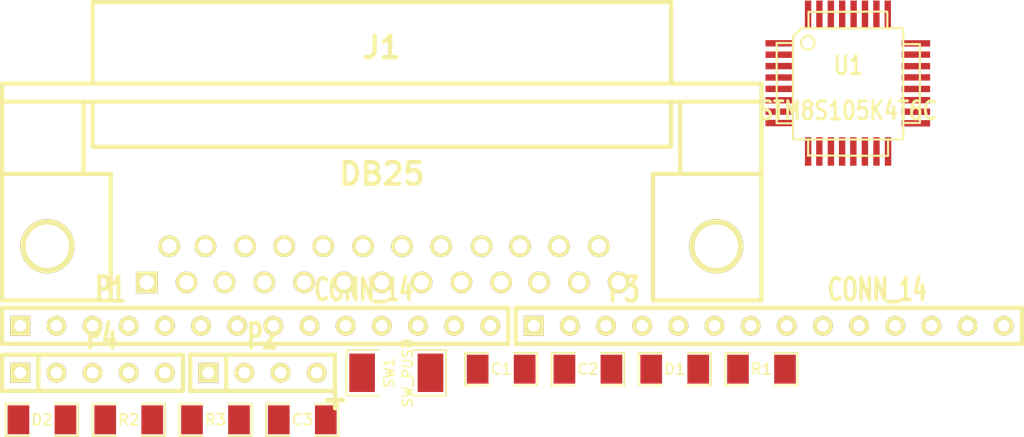
<source format=kicad_pcb>
(kicad_pcb (version 3) (host pcbnew "(2013-feb-26)-stable")

  (general
    (links 70)
    (no_connects 70)
    (area 0 0 0 0)
    (thickness 1.6)
    (drawings 0)
    (tracks 0)
    (zones 0)
    (modules 15)
    (nets 32)
  )

  (page A3)
  (layers
    (15 F.Cu signal)
    (0 B.Cu signal)
    (16 B.Adhes user)
    (17 F.Adhes user)
    (18 B.Paste user)
    (19 F.Paste user)
    (20 B.SilkS user)
    (21 F.SilkS user)
    (22 B.Mask user)
    (23 F.Mask user)
    (24 Dwgs.User user)
    (25 Cmts.User user)
    (26 Eco1.User user)
    (27 Eco2.User user)
    (28 Edge.Cuts user)
  )

  (setup
    (last_trace_width 0.254)
    (trace_clearance 0.254)
    (zone_clearance 0.508)
    (zone_45_only no)
    (trace_min 0.254)
    (segment_width 0.2)
    (edge_width 0.15)
    (via_size 0.889)
    (via_drill 0.635)
    (via_min_size 0.889)
    (via_min_drill 0.508)
    (uvia_size 0.508)
    (uvia_drill 0.127)
    (uvias_allowed no)
    (uvia_min_size 0.508)
    (uvia_min_drill 0.127)
    (pcb_text_width 0.3)
    (pcb_text_size 1 1)
    (mod_edge_width 0.15)
    (mod_text_size 1 1)
    (mod_text_width 0.15)
    (pad_size 1 1)
    (pad_drill 0.6)
    (pad_to_mask_clearance 0)
    (aux_axis_origin 0 0)
    (visible_elements FFFFFFBF)
    (pcbplotparams
      (layerselection 3178497)
      (usegerberextensions true)
      (excludeedgelayer true)
      (linewidth 152400)
      (plotframeref false)
      (viasonmask false)
      (mode 1)
      (useauxorigin false)
      (hpglpennumber 1)
      (hpglpenspeed 20)
      (hpglpendiameter 15)
      (hpglpenoverlay 2)
      (psnegative false)
      (psa4output false)
      (plotreference true)
      (plotvalue true)
      (plotothertext true)
      (plotinvisibletext false)
      (padsonsilk false)
      (subtractmaskfromsilk false)
      (outputformat 1)
      (mirror false)
      (drillshape 1)
      (scaleselection 1)
      (outputdirectory ""))
  )

  (net 0 "")
  (net 1 +3.3V)
  (net 2 "/A DIR")
  (net 3 /NRST)
  (net 4 /OSC1IN)
  (net 5 /OSC2IN)
  (net 6 /PB0)
  (net 7 /PB1)
  (net 8 /PB2)
  (net 9 /PB4)
  (net 10 /PB5)
  (net 11 /PC1)
  (net 12 /PC2)
  (net 13 /PC3)
  (net 14 /PC4)
  (net 15 /PC5)
  (net 16 /PC6)
  (net 17 /PC7)
  (net 18 /PD0)
  (net 19 /PD2)
  (net 20 /PD3)
  (net 21 /PD4)
  (net 22 /PD5)
  (net 23 /PD6)
  (net 24 /PD7)
  (net 25 /PE5)
  (net 26 /PF4)
  (net 27 /SWIM/PD1)
  (net 28 GND)
  (net 29 N-0000021)
  (net 30 N-0000026)
  (net 31 N-0000042)

  (net_class Default "This is the default net class."
    (clearance 0.254)
    (trace_width 0.254)
    (via_dia 0.889)
    (via_drill 0.635)
    (uvia_dia 0.508)
    (uvia_drill 0.127)
    (add_net "")
    (add_net +3.3V)
    (add_net "/A DIR")
    (add_net /NRST)
    (add_net /OSC1IN)
    (add_net /OSC2IN)
    (add_net /PB0)
    (add_net /PB1)
    (add_net /PB2)
    (add_net /PB4)
    (add_net /PB5)
    (add_net /PC1)
    (add_net /PC2)
    (add_net /PC3)
    (add_net /PC4)
    (add_net /PC5)
    (add_net /PC6)
    (add_net /PC7)
    (add_net /PD0)
    (add_net /PD2)
    (add_net /PD3)
    (add_net /PD4)
    (add_net /PD5)
    (add_net /PD6)
    (add_net /PD7)
    (add_net /PE5)
    (add_net /PF4)
    (add_net /SWIM/PD1)
    (add_net GND)
    (add_net N-0000021)
    (add_net N-0000026)
    (add_net N-0000042)
  )

  (module TQFP32 (layer F.Cu) (tedit 43A670DA) (tstamp 52FB46F3)
    (at 239.268 53.34)
    (path /52FB03A2)
    (fp_text reference U1 (at 0 -1.27) (layer F.SilkS)
      (effects (font (size 1.27 1.016) (thickness 0.2032)))
    )
    (fp_text value STM8S105K4T6C (at 0 1.905) (layer F.SilkS)
      (effects (font (size 1.27 1.016) (thickness 0.2032)))
    )
    (fp_line (start 5.0292 2.7686) (end 3.8862 2.7686) (layer F.SilkS) (width 0.1524))
    (fp_line (start 5.0292 -2.7686) (end 3.9116 -2.7686) (layer F.SilkS) (width 0.1524))
    (fp_line (start 5.0292 2.7686) (end 5.0292 -2.7686) (layer F.SilkS) (width 0.1524))
    (fp_line (start 2.794 3.9624) (end 2.794 5.0546) (layer F.SilkS) (width 0.1524))
    (fp_line (start -2.8194 3.9878) (end -2.8194 5.0546) (layer F.SilkS) (width 0.1524))
    (fp_line (start -2.8448 5.0546) (end 2.794 5.08) (layer F.SilkS) (width 0.1524))
    (fp_line (start -2.794 -5.0292) (end 2.7178 -5.0546) (layer F.SilkS) (width 0.1524))
    (fp_line (start -3.8862 -3.2766) (end -3.8862 3.9116) (layer F.SilkS) (width 0.1524))
    (fp_line (start 2.7432 -5.0292) (end 2.7432 -3.9878) (layer F.SilkS) (width 0.1524))
    (fp_line (start -3.2512 -3.8862) (end 3.81 -3.8862) (layer F.SilkS) (width 0.1524))
    (fp_line (start 3.8608 3.937) (end 3.8608 -3.7846) (layer F.SilkS) (width 0.1524))
    (fp_line (start -3.8862 3.937) (end 3.7338 3.937) (layer F.SilkS) (width 0.1524))
    (fp_line (start -5.0292 -2.8448) (end -5.0292 2.794) (layer F.SilkS) (width 0.1524))
    (fp_line (start -5.0292 2.794) (end -3.8862 2.794) (layer F.SilkS) (width 0.1524))
    (fp_line (start -3.87604 -3.302) (end -3.29184 -3.8862) (layer F.SilkS) (width 0.1524))
    (fp_line (start -5.02412 -2.8448) (end -3.87604 -2.8448) (layer F.SilkS) (width 0.1524))
    (fp_line (start -2.794 -3.8862) (end -2.794 -5.03428) (layer F.SilkS) (width 0.1524))
    (fp_circle (center -2.83972 -2.86004) (end -2.43332 -2.60604) (layer F.SilkS) (width 0.1524))
    (pad 8 smd rect (at -4.81584 2.77622) (size 1.99898 0.44958)
      (layers F.Cu F.Paste F.Mask)
      (net 26 /PF4)
    )
    (pad 7 smd rect (at -4.81584 1.97612) (size 1.99898 0.44958)
      (layers F.Cu F.Paste F.Mask)
      (net 1 +3.3V)
    )
    (pad 6 smd rect (at -4.81584 1.17602) (size 1.99898 0.44958)
      (layers F.Cu F.Paste F.Mask)
      (net 1 +3.3V)
    )
    (pad 5 smd rect (at -4.81584 0.37592) (size 1.99898 0.44958)
      (layers F.Cu F.Paste F.Mask)
      (net 30 N-0000026)
    )
    (pad 4 smd rect (at -4.81584 -0.42418) (size 1.99898 0.44958)
      (layers F.Cu F.Paste F.Mask)
      (net 28 GND)
    )
    (pad 3 smd rect (at -4.81584 -1.22428) (size 1.99898 0.44958)
      (layers F.Cu F.Paste F.Mask)
      (net 5 /OSC2IN)
    )
    (pad 2 smd rect (at -4.81584 -2.02438) (size 1.99898 0.44958)
      (layers F.Cu F.Paste F.Mask)
      (net 4 /OSC1IN)
    )
    (pad 1 smd rect (at -4.81584 -2.82448) (size 1.99898 0.44958)
      (layers F.Cu F.Paste F.Mask)
      (net 3 /NRST)
    )
    (pad 24 smd rect (at 4.7498 -2.8194) (size 1.99898 0.44958)
      (layers F.Cu F.Paste F.Mask)
      (net 17 /PC7)
    )
    (pad 17 smd rect (at 4.7498 2.794) (size 1.99898 0.44958)
      (layers F.Cu F.Paste F.Mask)
      (net 25 /PE5)
    )
    (pad 18 smd rect (at 4.7498 1.9812) (size 1.99898 0.44958)
      (layers F.Cu F.Paste F.Mask)
      (net 11 /PC1)
    )
    (pad 19 smd rect (at 4.7498 1.1684) (size 1.99898 0.44958)
      (layers F.Cu F.Paste F.Mask)
      (net 12 /PC2)
    )
    (pad 20 smd rect (at 4.7498 0.381) (size 1.99898 0.44958)
      (layers F.Cu F.Paste F.Mask)
      (net 13 /PC3)
    )
    (pad 21 smd rect (at 4.7498 -0.4318) (size 1.99898 0.44958)
      (layers F.Cu F.Paste F.Mask)
      (net 14 /PC4)
    )
    (pad 22 smd rect (at 4.7498 -1.2192) (size 1.99898 0.44958)
      (layers F.Cu F.Paste F.Mask)
      (net 15 /PC5)
    )
    (pad 23 smd rect (at 4.7498 -2.032) (size 1.99898 0.44958)
      (layers F.Cu F.Paste F.Mask)
      (net 16 /PC6)
    )
    (pad 32 smd rect (at -2.82448 -4.826) (size 0.44958 1.99898)
      (layers F.Cu F.Paste F.Mask)
      (net 24 /PD7)
    )
    (pad 31 smd rect (at -2.02692 -4.826) (size 0.44958 1.99898)
      (layers F.Cu F.Paste F.Mask)
      (net 23 /PD6)
    )
    (pad 30 smd rect (at -1.22428 -4.826) (size 0.44958 1.99898)
      (layers F.Cu F.Paste F.Mask)
      (net 22 /PD5)
    )
    (pad 29 smd rect (at -0.42672 -4.826) (size 0.44958 1.99898)
      (layers F.Cu F.Paste F.Mask)
      (net 21 /PD4)
    )
    (pad 28 smd rect (at 0.37592 -4.826) (size 0.44958 1.99898)
      (layers F.Cu F.Paste F.Mask)
      (net 20 /PD3)
    )
    (pad 27 smd rect (at 1.17348 -4.826) (size 0.44958 1.99898)
      (layers F.Cu F.Paste F.Mask)
      (net 19 /PD2)
    )
    (pad 26 smd rect (at 1.97612 -4.826) (size 0.44958 1.99898)
      (layers F.Cu F.Paste F.Mask)
      (net 27 /SWIM/PD1)
    )
    (pad 25 smd rect (at 2.77368 -4.826) (size 0.44958 1.99898)
      (layers F.Cu F.Paste F.Mask)
      (net 18 /PD0)
    )
    (pad 9 smd rect (at -2.8194 4.7752) (size 0.44958 1.99898)
      (layers F.Cu F.Paste F.Mask)
      (net 1 +3.3V)
    )
    (pad 10 smd rect (at -2.032 4.7752) (size 0.44958 1.99898)
      (layers F.Cu F.Paste F.Mask)
      (net 28 GND)
    )
    (pad 11 smd rect (at -1.2192 4.7752) (size 0.44958 1.99898)
      (layers F.Cu F.Paste F.Mask)
      (net 10 /PB5)
    )
    (pad 12 smd rect (at -0.4318 4.7752) (size 0.44958 1.99898)
      (layers F.Cu F.Paste F.Mask)
      (net 9 /PB4)
    )
    (pad 13 smd rect (at 0.3556 4.7752) (size 0.44958 1.99898)
      (layers F.Cu F.Paste F.Mask)
      (net 2 "/A DIR")
    )
    (pad 14 smd rect (at 1.1684 4.7752) (size 0.44958 1.99898)
      (layers F.Cu F.Paste F.Mask)
      (net 8 /PB2)
    )
    (pad 15 smd rect (at 1.9812 4.7752) (size 0.44958 1.99898)
      (layers F.Cu F.Paste F.Mask)
      (net 7 /PB1)
    )
    (pad 16 smd rect (at 2.794 4.7752) (size 0.44958 1.99898)
      (layers F.Cu F.Paste F.Mask)
      (net 6 /PB0)
    )
    (model smd/tqfp32.wrl
      (at (xyz 0 0 0))
      (scale (xyz 1 1 1))
      (rotate (xyz 0 0 0))
    )
  )

  (module SM2010 (layer F.Cu) (tedit 4EFC4DD5) (tstamp 52FB4700)
    (at 207.518 73.66)
    (tags "CMS SM")
    (path /52FB0F3B)
    (attr smd)
    (fp_text reference SW1 (at -0.50038 0 90) (layer F.SilkS)
      (effects (font (size 0.70104 0.70104) (thickness 0.127)))
    )
    (fp_text value SW_PUSH (at 0.8001 0 90) (layer F.SilkS)
      (effects (font (size 0.70104 0.70104) (thickness 0.127)))
    )
    (fp_line (start 3.50012 -1.6002) (end 3.50012 1.6002) (layer F.SilkS) (width 0.11938))
    (fp_line (start -3.50012 -1.6002) (end -3.50012 1.6002) (layer F.SilkS) (width 0.11938))
    (fp_text user + (at -4.30022 1.80086) (layer F.SilkS)
      (effects (font (size 1.524 1.524) (thickness 0.29972)))
    )
    (fp_line (start 1.19634 1.60528) (end 3.48234 1.60528) (layer F.SilkS) (width 0.11938))
    (fp_line (start 3.48234 -1.60528) (end 1.19634 -1.60528) (layer F.SilkS) (width 0.11938))
    (fp_line (start -1.19888 -1.60528) (end -3.48488 -1.60528) (layer F.SilkS) (width 0.11938))
    (fp_line (start -3.48488 1.60528) (end -1.19888 1.60528) (layer F.SilkS) (width 0.11938))
    (pad 1 smd rect (at -2.4003 0) (size 1.80086 2.70002)
      (layers F.Cu F.Paste F.Mask)
      (net 28 GND)
    )
    (pad 2 smd rect (at 2.4003 0) (size 1.80086 2.70002)
      (layers F.Cu F.Paste F.Mask)
      (net 3 /NRST)
    )
    (model smd\chip_smd_pol_wide.wrl
      (at (xyz 0 0 0))
      (scale (xyz 0.35 0.35 0.35))
      (rotate (xyz 0 0 0))
    )
  )

  (module SM1206 (layer F.Cu) (tedit 42806E24) (tstamp 52FB470C)
    (at 214.884 73.406)
    (path /52FB0413)
    (attr smd)
    (fp_text reference C1 (at 0 0) (layer F.SilkS)
      (effects (font (size 0.762 0.762) (thickness 0.127)))
    )
    (fp_text value 1u (at 0 0) (layer F.SilkS) hide
      (effects (font (size 0.762 0.762) (thickness 0.127)))
    )
    (fp_line (start -2.54 -1.143) (end -2.54 1.143) (layer F.SilkS) (width 0.127))
    (fp_line (start -2.54 1.143) (end -0.889 1.143) (layer F.SilkS) (width 0.127))
    (fp_line (start 0.889 -1.143) (end 2.54 -1.143) (layer F.SilkS) (width 0.127))
    (fp_line (start 2.54 -1.143) (end 2.54 1.143) (layer F.SilkS) (width 0.127))
    (fp_line (start 2.54 1.143) (end 0.889 1.143) (layer F.SilkS) (width 0.127))
    (fp_line (start -0.889 -1.143) (end -2.54 -1.143) (layer F.SilkS) (width 0.127))
    (pad 1 smd rect (at -1.651 0) (size 1.524 2.032)
      (layers F.Cu F.Paste F.Mask)
      (net 28 GND)
    )
    (pad 2 smd rect (at 1.651 0) (size 1.524 2.032)
      (layers F.Cu F.Paste F.Mask)
      (net 30 N-0000026)
    )
    (model smd/chip_cms.wrl
      (at (xyz 0 0 0))
      (scale (xyz 0.17 0.16 0.16))
      (rotate (xyz 0 0 0))
    )
  )

  (module SM1206 (layer F.Cu) (tedit 42806E24) (tstamp 52FB4718)
    (at 220.98 73.406)
    (path /52FB0426)
    (attr smd)
    (fp_text reference C2 (at 0 0) (layer F.SilkS)
      (effects (font (size 0.762 0.762) (thickness 0.127)))
    )
    (fp_text value 104 (at 0 0) (layer F.SilkS) hide
      (effects (font (size 0.762 0.762) (thickness 0.127)))
    )
    (fp_line (start -2.54 -1.143) (end -2.54 1.143) (layer F.SilkS) (width 0.127))
    (fp_line (start -2.54 1.143) (end -0.889 1.143) (layer F.SilkS) (width 0.127))
    (fp_line (start 0.889 -1.143) (end 2.54 -1.143) (layer F.SilkS) (width 0.127))
    (fp_line (start 2.54 -1.143) (end 2.54 1.143) (layer F.SilkS) (width 0.127))
    (fp_line (start 2.54 1.143) (end 0.889 1.143) (layer F.SilkS) (width 0.127))
    (fp_line (start -0.889 -1.143) (end -2.54 -1.143) (layer F.SilkS) (width 0.127))
    (pad 1 smd rect (at -1.651 0) (size 1.524 2.032)
      (layers F.Cu F.Paste F.Mask)
      (net 28 GND)
    )
    (pad 2 smd rect (at 1.651 0) (size 1.524 2.032)
      (layers F.Cu F.Paste F.Mask)
      (net 1 +3.3V)
    )
    (model smd/chip_cms.wrl
      (at (xyz 0 0 0))
      (scale (xyz 0.17 0.16 0.16))
      (rotate (xyz 0 0 0))
    )
  )

  (module SM1206 (layer F.Cu) (tedit 42806E24) (tstamp 52FB4724)
    (at 227.076 73.406)
    (path /52FB0DD3)
    (attr smd)
    (fp_text reference D1 (at 0 0) (layer F.SilkS)
      (effects (font (size 0.762 0.762) (thickness 0.127)))
    )
    (fp_text value LED (at 0 0) (layer F.SilkS) hide
      (effects (font (size 0.762 0.762) (thickness 0.127)))
    )
    (fp_line (start -2.54 -1.143) (end -2.54 1.143) (layer F.SilkS) (width 0.127))
    (fp_line (start -2.54 1.143) (end -0.889 1.143) (layer F.SilkS) (width 0.127))
    (fp_line (start 0.889 -1.143) (end 2.54 -1.143) (layer F.SilkS) (width 0.127))
    (fp_line (start 2.54 -1.143) (end 2.54 1.143) (layer F.SilkS) (width 0.127))
    (fp_line (start 2.54 1.143) (end 0.889 1.143) (layer F.SilkS) (width 0.127))
    (fp_line (start -0.889 -1.143) (end -2.54 -1.143) (layer F.SilkS) (width 0.127))
    (pad 1 smd rect (at -1.651 0) (size 1.524 2.032)
      (layers F.Cu F.Paste F.Mask)
      (net 1 +3.3V)
    )
    (pad 2 smd rect (at 1.651 0) (size 1.524 2.032)
      (layers F.Cu F.Paste F.Mask)
      (net 31 N-0000042)
    )
    (model smd/chip_cms.wrl
      (at (xyz 0 0 0))
      (scale (xyz 0.17 0.16 0.16))
      (rotate (xyz 0 0 0))
    )
  )

  (module SM1206 (layer F.Cu) (tedit 42806E24) (tstamp 52FB4730)
    (at 233.172 73.406)
    (path /52FB0DE2)
    (attr smd)
    (fp_text reference R1 (at 0 0) (layer F.SilkS)
      (effects (font (size 0.762 0.762) (thickness 0.127)))
    )
    (fp_text value 1k (at 0 0) (layer F.SilkS) hide
      (effects (font (size 0.762 0.762) (thickness 0.127)))
    )
    (fp_line (start -2.54 -1.143) (end -2.54 1.143) (layer F.SilkS) (width 0.127))
    (fp_line (start -2.54 1.143) (end -0.889 1.143) (layer F.SilkS) (width 0.127))
    (fp_line (start 0.889 -1.143) (end 2.54 -1.143) (layer F.SilkS) (width 0.127))
    (fp_line (start 2.54 -1.143) (end 2.54 1.143) (layer F.SilkS) (width 0.127))
    (fp_line (start 2.54 1.143) (end 0.889 1.143) (layer F.SilkS) (width 0.127))
    (fp_line (start -0.889 -1.143) (end -2.54 -1.143) (layer F.SilkS) (width 0.127))
    (pad 1 smd rect (at -1.651 0) (size 1.524 2.032)
      (layers F.Cu F.Paste F.Mask)
      (net 31 N-0000042)
    )
    (pad 2 smd rect (at 1.651 0) (size 1.524 2.032)
      (layers F.Cu F.Paste F.Mask)
      (net 12 /PC2)
    )
    (model smd/chip_cms.wrl
      (at (xyz 0 0 0))
      (scale (xyz 0.17 0.16 0.16))
      (rotate (xyz 0 0 0))
    )
  )

  (module SM1206 (layer F.Cu) (tedit 42806E24) (tstamp 52FB473C)
    (at 182.626 76.962)
    (path /52FB0ECD)
    (attr smd)
    (fp_text reference D2 (at 0 0) (layer F.SilkS)
      (effects (font (size 0.762 0.762) (thickness 0.127)))
    )
    (fp_text value LED (at 0 0) (layer F.SilkS) hide
      (effects (font (size 0.762 0.762) (thickness 0.127)))
    )
    (fp_line (start -2.54 -1.143) (end -2.54 1.143) (layer F.SilkS) (width 0.127))
    (fp_line (start -2.54 1.143) (end -0.889 1.143) (layer F.SilkS) (width 0.127))
    (fp_line (start 0.889 -1.143) (end 2.54 -1.143) (layer F.SilkS) (width 0.127))
    (fp_line (start 2.54 -1.143) (end 2.54 1.143) (layer F.SilkS) (width 0.127))
    (fp_line (start 2.54 1.143) (end 0.889 1.143) (layer F.SilkS) (width 0.127))
    (fp_line (start -0.889 -1.143) (end -2.54 -1.143) (layer F.SilkS) (width 0.127))
    (pad 1 smd rect (at -1.651 0) (size 1.524 2.032)
      (layers F.Cu F.Paste F.Mask)
      (net 1 +3.3V)
    )
    (pad 2 smd rect (at 1.651 0) (size 1.524 2.032)
      (layers F.Cu F.Paste F.Mask)
      (net 29 N-0000021)
    )
    (model smd/chip_cms.wrl
      (at (xyz 0 0 0))
      (scale (xyz 0.17 0.16 0.16))
      (rotate (xyz 0 0 0))
    )
  )

  (module SM1206 (layer F.Cu) (tedit 42806E24) (tstamp 52FB4748)
    (at 188.722 76.962)
    (path /52FB0ED3)
    (attr smd)
    (fp_text reference R2 (at 0 0) (layer F.SilkS)
      (effects (font (size 0.762 0.762) (thickness 0.127)))
    )
    (fp_text value 1k (at 0 0) (layer F.SilkS) hide
      (effects (font (size 0.762 0.762) (thickness 0.127)))
    )
    (fp_line (start -2.54 -1.143) (end -2.54 1.143) (layer F.SilkS) (width 0.127))
    (fp_line (start -2.54 1.143) (end -0.889 1.143) (layer F.SilkS) (width 0.127))
    (fp_line (start 0.889 -1.143) (end 2.54 -1.143) (layer F.SilkS) (width 0.127))
    (fp_line (start 2.54 -1.143) (end 2.54 1.143) (layer F.SilkS) (width 0.127))
    (fp_line (start 2.54 1.143) (end 0.889 1.143) (layer F.SilkS) (width 0.127))
    (fp_line (start -0.889 -1.143) (end -2.54 -1.143) (layer F.SilkS) (width 0.127))
    (pad 1 smd rect (at -1.651 0) (size 1.524 2.032)
      (layers F.Cu F.Paste F.Mask)
      (net 29 N-0000021)
    )
    (pad 2 smd rect (at 1.651 0) (size 1.524 2.032)
      (layers F.Cu F.Paste F.Mask)
      (net 28 GND)
    )
    (model smd/chip_cms.wrl
      (at (xyz 0 0 0))
      (scale (xyz 0.17 0.16 0.16))
      (rotate (xyz 0 0 0))
    )
  )

  (module SM1206 (layer F.Cu) (tedit 42806E24) (tstamp 52FB4754)
    (at 194.818 76.962)
    (path /52FB0EFD)
    (attr smd)
    (fp_text reference R3 (at 0 0) (layer F.SilkS)
      (effects (font (size 0.762 0.762) (thickness 0.127)))
    )
    (fp_text value 10k (at 0 0) (layer F.SilkS) hide
      (effects (font (size 0.762 0.762) (thickness 0.127)))
    )
    (fp_line (start -2.54 -1.143) (end -2.54 1.143) (layer F.SilkS) (width 0.127))
    (fp_line (start -2.54 1.143) (end -0.889 1.143) (layer F.SilkS) (width 0.127))
    (fp_line (start 0.889 -1.143) (end 2.54 -1.143) (layer F.SilkS) (width 0.127))
    (fp_line (start 2.54 -1.143) (end 2.54 1.143) (layer F.SilkS) (width 0.127))
    (fp_line (start 2.54 1.143) (end 0.889 1.143) (layer F.SilkS) (width 0.127))
    (fp_line (start -0.889 -1.143) (end -2.54 -1.143) (layer F.SilkS) (width 0.127))
    (pad 1 smd rect (at -1.651 0) (size 1.524 2.032)
      (layers F.Cu F.Paste F.Mask)
      (net 1 +3.3V)
    )
    (pad 2 smd rect (at 1.651 0) (size 1.524 2.032)
      (layers F.Cu F.Paste F.Mask)
      (net 3 /NRST)
    )
    (model smd/chip_cms.wrl
      (at (xyz 0 0 0))
      (scale (xyz 0.17 0.16 0.16))
      (rotate (xyz 0 0 0))
    )
  )

  (module SM1206 (layer F.Cu) (tedit 42806E24) (tstamp 52FB4760)
    (at 200.914 76.962)
    (path /52FB0F99)
    (attr smd)
    (fp_text reference C3 (at 0 0) (layer F.SilkS)
      (effects (font (size 0.762 0.762) (thickness 0.127)))
    )
    (fp_text value 104 (at 0 0) (layer F.SilkS) hide
      (effects (font (size 0.762 0.762) (thickness 0.127)))
    )
    (fp_line (start -2.54 -1.143) (end -2.54 1.143) (layer F.SilkS) (width 0.127))
    (fp_line (start -2.54 1.143) (end -0.889 1.143) (layer F.SilkS) (width 0.127))
    (fp_line (start 0.889 -1.143) (end 2.54 -1.143) (layer F.SilkS) (width 0.127))
    (fp_line (start 2.54 -1.143) (end 2.54 1.143) (layer F.SilkS) (width 0.127))
    (fp_line (start 2.54 1.143) (end 0.889 1.143) (layer F.SilkS) (width 0.127))
    (fp_line (start -0.889 -1.143) (end -2.54 -1.143) (layer F.SilkS) (width 0.127))
    (pad 1 smd rect (at -1.651 0) (size 1.524 2.032)
      (layers F.Cu F.Paste F.Mask)
      (net 3 /NRST)
    )
    (pad 2 smd rect (at 1.651 0) (size 1.524 2.032)
      (layers F.Cu F.Paste F.Mask)
      (net 28 GND)
    )
    (model smd/chip_cms.wrl
      (at (xyz 0 0 0))
      (scale (xyz 0.17 0.16 0.16))
      (rotate (xyz 0 0 0))
    )
  )

  (module SIL-5 (layer F.Cu) (tedit 200000) (tstamp 52FB476E)
    (at 187.452 73.66)
    (descr "Connecteur 5 pins")
    (tags "CONN DEV")
    (path /52FB4AA7)
    (fp_text reference P4 (at -0.635 -2.54) (layer F.SilkS)
      (effects (font (size 1.72974 1.08712) (thickness 0.3048)))
    )
    (fp_text value CONN_5 (at 0 -2.54) (layer F.SilkS) hide
      (effects (font (size 1.524 1.016) (thickness 0.3048)))
    )
    (fp_line (start -7.62 1.27) (end -7.62 -1.27) (layer F.SilkS) (width 0.3048))
    (fp_line (start -7.62 -1.27) (end 5.08 -1.27) (layer F.SilkS) (width 0.3048))
    (fp_line (start 5.08 -1.27) (end 5.08 1.27) (layer F.SilkS) (width 0.3048))
    (fp_line (start 5.08 1.27) (end -7.62 1.27) (layer F.SilkS) (width 0.3048))
    (fp_line (start -5.08 1.27) (end -5.08 -1.27) (layer F.SilkS) (width 0.3048))
    (pad 1 thru_hole rect (at -6.35 0) (size 1.397 1.397) (drill 0.8128)
      (layers *.Cu *.Mask F.SilkS)
      (net 1 +3.3V)
    )
    (pad 2 thru_hole circle (at -3.81 0) (size 1.397 1.397) (drill 0.8128)
      (layers *.Cu *.Mask F.SilkS)
    )
    (pad 3 thru_hole circle (at -1.27 0) (size 1.397 1.397) (drill 0.8128)
      (layers *.Cu *.Mask F.SilkS)
      (net 23 /PD6)
    )
    (pad 4 thru_hole circle (at 1.27 0) (size 1.397 1.397) (drill 0.8128)
      (layers *.Cu *.Mask F.SilkS)
      (net 22 /PD5)
    )
    (pad 5 thru_hole circle (at 3.81 0) (size 1.397 1.397) (drill 0.8128)
      (layers *.Cu *.Mask F.SilkS)
      (net 28 GND)
    )
  )

  (module SIL-4 (layer F.Cu) (tedit 200000) (tstamp 52FB477D)
    (at 198.12 73.66)
    (descr "Connecteur 4 pibs")
    (tags "CONN DEV")
    (path /52FB0A49)
    (fp_text reference P2 (at 0 -2.54) (layer F.SilkS)
      (effects (font (size 1.73482 1.08712) (thickness 0.3048)))
    )
    (fp_text value CONN_4 (at 0 -2.54) (layer F.SilkS) hide
      (effects (font (size 1.524 1.016) (thickness 0.3048)))
    )
    (fp_line (start -5.08 -1.27) (end -5.08 -1.27) (layer F.SilkS) (width 0.3048))
    (fp_line (start -5.08 1.27) (end -5.08 -1.27) (layer F.SilkS) (width 0.3048))
    (fp_line (start -5.08 -1.27) (end -5.08 -1.27) (layer F.SilkS) (width 0.3048))
    (fp_line (start -5.08 -1.27) (end 5.08 -1.27) (layer F.SilkS) (width 0.3048))
    (fp_line (start 5.08 -1.27) (end 5.08 1.27) (layer F.SilkS) (width 0.3048))
    (fp_line (start 5.08 1.27) (end -5.08 1.27) (layer F.SilkS) (width 0.3048))
    (fp_line (start -2.54 1.27) (end -2.54 -1.27) (layer F.SilkS) (width 0.3048))
    (pad 1 thru_hole rect (at -3.81 0) (size 1.397 1.397) (drill 0.8128)
      (layers *.Cu *.Mask F.SilkS)
      (net 1 +3.3V)
    )
    (pad 2 thru_hole circle (at -1.27 0) (size 1.397 1.397) (drill 0.8128)
      (layers *.Cu *.Mask F.SilkS)
      (net 27 /SWIM/PD1)
    )
    (pad 3 thru_hole circle (at 1.27 0) (size 1.397 1.397) (drill 0.8128)
      (layers *.Cu *.Mask F.SilkS)
      (net 3 /NRST)
    )
    (pad 4 thru_hole circle (at 3.81 0) (size 1.397 1.397) (drill 0.8128)
      (layers *.Cu *.Mask F.SilkS)
      (net 28 GND)
    )
  )

  (module SIL-14 (layer F.Cu) (tedit 200000) (tstamp 52FB4793)
    (at 197.612 70.358)
    (descr "Connecteur 14 pins")
    (tags "CONN DEV")
    (path /52FB0A6A)
    (fp_text reference P1 (at -10.16 -2.54) (layer F.SilkS)
      (effects (font (size 1.72974 1.08712) (thickness 0.3048)))
    )
    (fp_text value CONN_14 (at 7.62 -2.54) (layer F.SilkS)
      (effects (font (size 1.524 1.016) (thickness 0.3048)))
    )
    (fp_line (start -17.78 -1.27) (end 17.78 -1.27) (layer F.SilkS) (width 0.3048))
    (fp_line (start 17.78 -1.27) (end 17.78 1.27) (layer F.SilkS) (width 0.3048))
    (fp_line (start 17.78 1.27) (end -17.78 1.27) (layer F.SilkS) (width 0.3048))
    (fp_line (start -17.78 1.27) (end -17.78 -1.27) (layer F.SilkS) (width 0.3048))
    (pad 1 thru_hole rect (at -16.51 0) (size 1.397 1.397) (drill 0.8128)
      (layers *.Cu *.Mask F.SilkS)
      (net 1 +3.3V)
    )
    (pad 2 thru_hole circle (at -13.97 0) (size 1.397 1.397) (drill 0.8128)
      (layers *.Cu *.Mask F.SilkS)
      (net 28 GND)
    )
    (pad 3 thru_hole circle (at -11.43 0) (size 1.397 1.397) (drill 0.8128)
      (layers *.Cu *.Mask F.SilkS)
      (net 3 /NRST)
    )
    (pad 4 thru_hole circle (at -8.89 0) (size 1.397 1.397) (drill 0.8128)
      (layers *.Cu *.Mask F.SilkS)
      (net 4 /OSC1IN)
    )
    (pad 5 thru_hole circle (at -6.35 0) (size 1.397 1.397) (drill 0.8128)
      (layers *.Cu *.Mask F.SilkS)
      (net 5 /OSC2IN)
    )
    (pad 6 thru_hole circle (at -3.81 0) (size 1.397 1.397) (drill 0.8128)
      (layers *.Cu *.Mask F.SilkS)
      (net 26 /PF4)
    )
    (pad 7 thru_hole circle (at -1.27 0) (size 1.397 1.397) (drill 0.8128)
      (layers *.Cu *.Mask F.SilkS)
      (net 10 /PB5)
    )
    (pad 8 thru_hole circle (at 1.27 0) (size 1.397 1.397) (drill 0.8128)
      (layers *.Cu *.Mask F.SilkS)
      (net 9 /PB4)
    )
    (pad 9 thru_hole circle (at 3.81 0) (size 1.397 1.397) (drill 0.8128)
      (layers *.Cu *.Mask F.SilkS)
      (net 2 "/A DIR")
    )
    (pad 10 thru_hole circle (at 6.35 0) (size 1.397 1.397) (drill 0.8128)
      (layers *.Cu *.Mask F.SilkS)
      (net 8 /PB2)
    )
    (pad 11 thru_hole circle (at 8.89 0) (size 1.397 1.397) (drill 0.8128)
      (layers *.Cu *.Mask F.SilkS)
      (net 7 /PB1)
    )
    (pad 12 thru_hole circle (at 11.43 0) (size 1.397 1.397) (drill 0.8128)
      (layers *.Cu *.Mask F.SilkS)
      (net 6 /PB0)
    )
    (pad 13 thru_hole circle (at 13.97 0) (size 1.397 1.397) (drill 0.8128)
      (layers *.Cu *.Mask F.SilkS)
      (net 25 /PE5)
    )
    (pad 14 thru_hole circle (at 16.51 0) (size 1.397 1.397) (drill 0.8128)
      (layers *.Cu *.Mask F.SilkS)
      (net 11 /PC1)
    )
  )

  (module SIL-14 (layer F.Cu) (tedit 200000) (tstamp 52FB47A9)
    (at 233.68 70.358)
    (descr "Connecteur 14 pins")
    (tags "CONN DEV")
    (path /52FB0A79)
    (fp_text reference P3 (at -10.16 -2.54) (layer F.SilkS)
      (effects (font (size 1.72974 1.08712) (thickness 0.3048)))
    )
    (fp_text value CONN_14 (at 7.62 -2.54) (layer F.SilkS)
      (effects (font (size 1.524 1.016) (thickness 0.3048)))
    )
    (fp_line (start -17.78 -1.27) (end 17.78 -1.27) (layer F.SilkS) (width 0.3048))
    (fp_line (start 17.78 -1.27) (end 17.78 1.27) (layer F.SilkS) (width 0.3048))
    (fp_line (start 17.78 1.27) (end -17.78 1.27) (layer F.SilkS) (width 0.3048))
    (fp_line (start -17.78 1.27) (end -17.78 -1.27) (layer F.SilkS) (width 0.3048))
    (pad 1 thru_hole rect (at -16.51 0) (size 1.397 1.397) (drill 0.8128)
      (layers *.Cu *.Mask F.SilkS)
      (net 24 /PD7)
    )
    (pad 2 thru_hole circle (at -13.97 0) (size 1.397 1.397) (drill 0.8128)
      (layers *.Cu *.Mask F.SilkS)
      (net 23 /PD6)
    )
    (pad 3 thru_hole circle (at -11.43 0) (size 1.397 1.397) (drill 0.8128)
      (layers *.Cu *.Mask F.SilkS)
      (net 22 /PD5)
    )
    (pad 4 thru_hole circle (at -8.89 0) (size 1.397 1.397) (drill 0.8128)
      (layers *.Cu *.Mask F.SilkS)
      (net 21 /PD4)
    )
    (pad 5 thru_hole circle (at -6.35 0) (size 1.397 1.397) (drill 0.8128)
      (layers *.Cu *.Mask F.SilkS)
      (net 20 /PD3)
    )
    (pad 6 thru_hole circle (at -3.81 0) (size 1.397 1.397) (drill 0.8128)
      (layers *.Cu *.Mask F.SilkS)
      (net 19 /PD2)
    )
    (pad 7 thru_hole circle (at -1.27 0) (size 1.397 1.397) (drill 0.8128)
      (layers *.Cu *.Mask F.SilkS)
      (net 27 /SWIM/PD1)
    )
    (pad 8 thru_hole circle (at 1.27 0) (size 1.397 1.397) (drill 0.8128)
      (layers *.Cu *.Mask F.SilkS)
      (net 18 /PD0)
    )
    (pad 9 thru_hole circle (at 3.81 0) (size 1.397 1.397) (drill 0.8128)
      (layers *.Cu *.Mask F.SilkS)
      (net 17 /PC7)
    )
    (pad 10 thru_hole circle (at 6.35 0) (size 1.397 1.397) (drill 0.8128)
      (layers *.Cu *.Mask F.SilkS)
      (net 16 /PC6)
    )
    (pad 11 thru_hole circle (at 8.89 0) (size 1.397 1.397) (drill 0.8128)
      (layers *.Cu *.Mask F.SilkS)
      (net 15 /PC5)
    )
    (pad 12 thru_hole circle (at 11.43 0) (size 1.397 1.397) (drill 0.8128)
      (layers *.Cu *.Mask F.SilkS)
      (net 14 /PC4)
    )
    (pad 13 thru_hole circle (at 13.97 0) (size 1.397 1.397) (drill 0.8128)
      (layers *.Cu *.Mask F.SilkS)
      (net 13 /PC3)
    )
    (pad 14 thru_hole circle (at 16.51 0) (size 1.397 1.397) (drill 0.8128)
      (layers *.Cu *.Mask F.SilkS)
      (net 12 /PC2)
    )
  )

  (module DB25FC (layer F.Cu) (tedit 200000) (tstamp 52FB47DC)
    (at 206.502 66.04)
    (descr "Connecteur DB25 femelle couche")
    (tags "CONN DB25")
    (path /52FB403E)
    (fp_text reference J1 (at 0 -15.24) (layer F.SilkS)
      (effects (font (size 1.524 1.524) (thickness 0.3048)))
    )
    (fp_text value DB25 (at 0 -6.35) (layer F.SilkS)
      (effects (font (size 1.524 1.524) (thickness 0.3048)))
    )
    (fp_line (start 26.67 -11.43) (end 26.67 2.54) (layer F.SilkS) (width 0.3048))
    (fp_line (start 19.05 -6.35) (end 19.05 2.54) (layer F.SilkS) (width 0.3048))
    (fp_line (start 20.955 -11.43) (end 20.955 -6.35) (layer F.SilkS) (width 0.3048))
    (fp_line (start -20.955 -11.43) (end -20.955 -6.35) (layer F.SilkS) (width 0.3048))
    (fp_line (start -19.05 -6.35) (end -19.05 2.54) (layer F.SilkS) (width 0.3048))
    (fp_line (start -26.67 2.54) (end -26.67 -11.43) (layer F.SilkS) (width 0.3048))
    (fp_line (start 26.67 -6.35) (end 19.05 -6.35) (layer F.SilkS) (width 0.3048))
    (fp_line (start -26.67 -6.35) (end -19.05 -6.35) (layer F.SilkS) (width 0.3048))
    (fp_line (start 20.32 -8.255) (end 20.32 -11.43) (layer F.SilkS) (width 0.3048))
    (fp_line (start -20.32 -8.255) (end -20.32 -11.43) (layer F.SilkS) (width 0.3048))
    (fp_line (start 20.32 -18.415) (end 20.32 -12.7) (layer F.SilkS) (width 0.3048))
    (fp_line (start -20.32 -18.415) (end -20.32 -12.7) (layer F.SilkS) (width 0.3048))
    (fp_line (start 26.67 -11.43) (end 26.67 -12.7) (layer F.SilkS) (width 0.3048))
    (fp_line (start 26.67 -12.7) (end -26.67 -12.7) (layer F.SilkS) (width 0.3048))
    (fp_line (start -26.67 -12.7) (end -26.67 -11.43) (layer F.SilkS) (width 0.3048))
    (fp_line (start -26.67 -11.43) (end 26.67 -11.43) (layer F.SilkS) (width 0.3048))
    (fp_line (start 19.05 2.54) (end 26.67 2.54) (layer F.SilkS) (width 0.3048))
    (fp_line (start -20.32 -8.255) (end 20.32 -8.255) (layer F.SilkS) (width 0.3048))
    (fp_line (start -20.32 -18.415) (end 20.32 -18.415) (layer F.SilkS) (width 0.3048))
    (fp_line (start -26.67 2.54) (end -19.05 2.54) (layer F.SilkS) (width 0.3048))
    (pad "" thru_hole circle (at 23.495 -1.27) (size 3.81 3.81) (drill 3.048)
      (layers *.Cu *.Mask F.SilkS)
    )
    (pad "" thru_hole circle (at -23.495 -1.27) (size 3.81 3.81) (drill 3.048)
      (layers *.Cu *.Mask F.SilkS)
    )
    (pad 1 thru_hole rect (at -16.51 1.27) (size 1.524 1.524) (drill 1.016)
      (layers *.Cu *.Mask F.SilkS)
    )
    (pad 2 thru_hole circle (at -13.716 1.27) (size 1.524 1.524) (drill 1.016)
      (layers *.Cu *.Mask F.SilkS)
      (net 11 /PC1)
    )
    (pad 3 thru_hole circle (at -11.049 1.27) (size 1.524 1.524) (drill 1.016)
      (layers *.Cu *.Mask F.SilkS)
      (net 6 /PB0)
    )
    (pad 4 thru_hole circle (at -8.255 1.27) (size 1.524 1.524) (drill 1.016)
      (layers *.Cu *.Mask F.SilkS)
      (net 21 /PD4)
    )
    (pad 5 thru_hole circle (at -5.461 1.27) (size 1.524 1.524) (drill 1.016)
      (layers *.Cu *.Mask F.SilkS)
      (net 7 /PB1)
    )
    (pad 6 thru_hole circle (at -2.667 1.27) (size 1.524 1.524) (drill 1.016)
      (layers *.Cu *.Mask F.SilkS)
      (net 19 /PD2)
    )
    (pad 7 thru_hole circle (at 0 1.27) (size 1.524 1.524) (drill 1.016)
      (layers *.Cu *.Mask F.SilkS)
      (net 8 /PB2)
    )
    (pad 8 thru_hole circle (at 2.794 1.27) (size 1.524 1.524) (drill 1.016)
      (layers *.Cu *.Mask F.SilkS)
    )
    (pad 9 thru_hole circle (at 5.588 1.27) (size 1.524 1.524) (drill 1.016)
      (layers *.Cu *.Mask F.SilkS)
      (net 2 "/A DIR")
    )
    (pad 10 thru_hole circle (at 8.382 1.27) (size 1.524 1.524) (drill 1.016)
      (layers *.Cu *.Mask F.SilkS)
    )
    (pad 11 thru_hole circle (at 11.049 1.27) (size 1.524 1.524) (drill 1.016)
      (layers *.Cu *.Mask F.SilkS)
    )
    (pad 12 thru_hole circle (at 13.843 1.27) (size 1.524 1.524) (drill 1.016)
      (layers *.Cu *.Mask F.SilkS)
    )
    (pad 13 thru_hole circle (at 16.637 1.27) (size 1.524 1.524) (drill 1.016)
      (layers *.Cu *.Mask F.SilkS)
    )
    (pad 14 thru_hole circle (at -14.9352 -1.27) (size 1.524 1.524) (drill 1.016)
      (layers *.Cu *.Mask F.SilkS)
    )
    (pad 15 thru_hole circle (at -12.3952 -1.27) (size 1.524 1.524) (drill 1.016)
      (layers *.Cu *.Mask F.SilkS)
    )
    (pad 16 thru_hole circle (at -9.6012 -1.27) (size 1.524 1.524) (drill 1.016)
      (layers *.Cu *.Mask F.SilkS)
    )
    (pad 17 thru_hole circle (at -6.858 -1.27) (size 1.524 1.524) (drill 1.016)
      (layers *.Cu *.Mask F.SilkS)
    )
    (pad 18 thru_hole circle (at -4.1148 -1.27) (size 1.524 1.524) (drill 1.016)
      (layers *.Cu *.Mask F.SilkS)
      (net 28 GND)
    )
    (pad 19 thru_hole circle (at -1.3208 -1.27) (size 1.524 1.524) (drill 1.016)
      (layers *.Cu *.Mask F.SilkS)
      (net 28 GND)
    )
    (pad 20 thru_hole circle (at 1.4224 -1.27) (size 1.524 1.524) (drill 1.016)
      (layers *.Cu *.Mask F.SilkS)
      (net 28 GND)
    )
    (pad 21 thru_hole circle (at 4.1656 -1.27) (size 1.524 1.524) (drill 1.016)
      (layers *.Cu *.Mask F.SilkS)
      (net 28 GND)
    )
    (pad 22 thru_hole circle (at 7.0104 -1.27) (size 1.524 1.524) (drill 1.016)
      (layers *.Cu *.Mask F.SilkS)
      (net 28 GND)
    )
    (pad 23 thru_hole circle (at 9.7028 -1.27) (size 1.524 1.524) (drill 1.016)
      (layers *.Cu *.Mask F.SilkS)
      (net 28 GND)
    )
    (pad 24 thru_hole circle (at 12.446 -1.27) (size 1.524 1.524) (drill 1.016)
      (layers *.Cu *.Mask F.SilkS)
      (net 28 GND)
    )
    (pad 25 thru_hole circle (at 15.24 -1.27) (size 1.524 1.524) (drill 1.016)
      (layers *.Cu *.Mask F.SilkS)
      (net 28 GND)
    )
    (model conn_DBxx/db25_female_pin90deg.wrl
      (at (xyz 0 0 0))
      (scale (xyz 1 1 1))
      (rotate (xyz 0 0 0))
    )
  )

)

</source>
